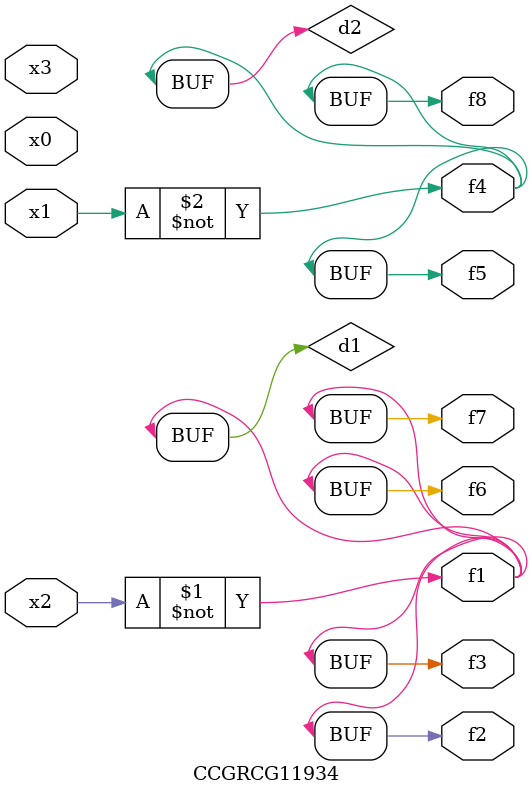
<source format=v>
module CCGRCG11934(
	input x0, x1, x2, x3,
	output f1, f2, f3, f4, f5, f6, f7, f8
);

	wire d1, d2;

	xnor (d1, x2);
	not (d2, x1);
	assign f1 = d1;
	assign f2 = d1;
	assign f3 = d1;
	assign f4 = d2;
	assign f5 = d2;
	assign f6 = d1;
	assign f7 = d1;
	assign f8 = d2;
endmodule

</source>
